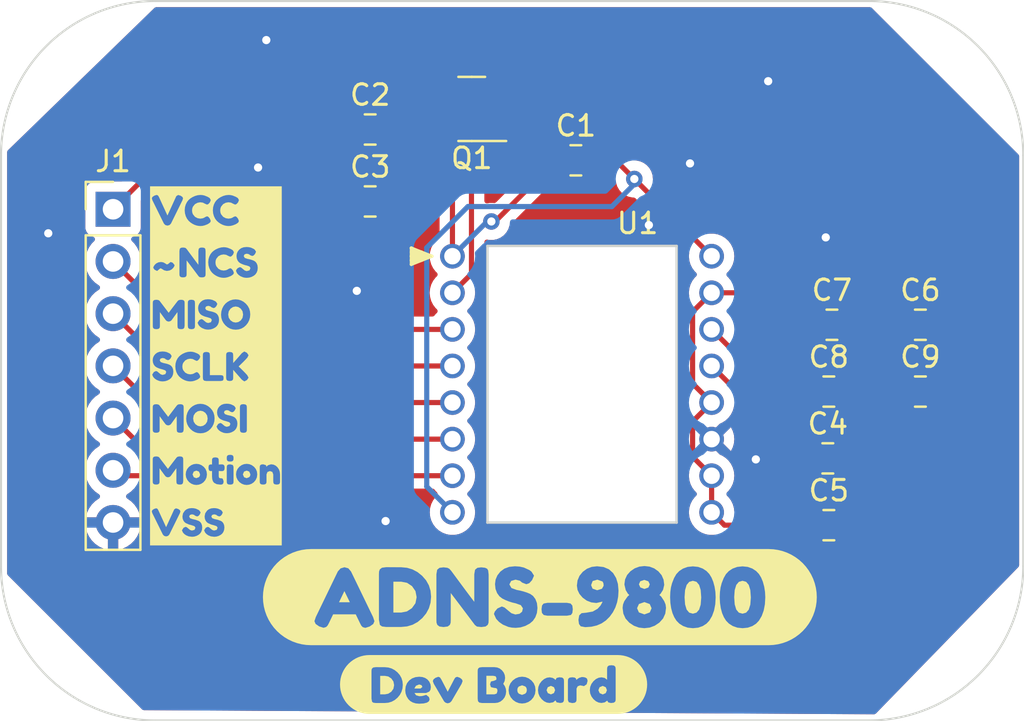
<source format=kicad_pcb>
(kicad_pcb (version 20221018) (generator pcbnew)
  (layers (0 "F.Cu" signal) (31 "B.Cu" signal) (34 "B.Paste" user) (35 "F.Paste" user) (36 "B.SilkS" user "B.Silkscreen") (37 "F.SilkS" user "F.Silkscreen") (38 "B.Mask" user) (39 "F.Mask" user) (44 "Edge.Cuts" user))
  (net 0 "")
  (net 1 "Net-(Q1-D)")
  (net 2 "Net-(U1--VCSEL)")
  (net 3 "VCC")
  (net 4 "VSS")
  (net 5 "Net-(U1-DGND)")
  (net 6 "Net-(U1-REFA)")
  (net 7 "~NCS")
  (net 8 "MISO")
  (net 9 "SCLK")
  (net 10 "MOSI")
  (net 11 "Motion")
  (net 12 "Net-(Q1-G)")
  (footprint "MouseSensor:ADNS-9800" (layer "F.Cu") (at 142.25 79.915)
    (fp_text reference "U1" (at 9 -1.6 unlocked) (layer "F.SilkS"))
    (fp_text value "ADNS-9800")
    (fp_line (start 1.7 -0.5) (end 1.7 12.96) (stroke (width 0.12)) (layer "Edge.Cuts"))
    (fp_line (start 1.7 -0.5) (end 10.9 -0.5) (stroke (width 0.12)) (layer "Edge.Cuts"))
    (fp_line (start 1.7 12.96) (end 10.9 12.96) (stroke (width 0.12)) (layer "Edge.Cuts"))
    (fp_line (start 10.9 -0.5) (end 10.9 12.96) (stroke (width 0.12)) (layer "Edge.Cuts"))
    (pad "1" thru_hole circle (at 0 0) (size 1.2 1.2) (drill 0.8) (layers "*.Cu" "*.Mask") (net 1 "Net-(Q1-D)"))
    (pad "2" thru_hole circle (at 0 1.78) (size 1.2 1.2) (drill 0.8) (layers "*.Cu" "*.Mask") (net 12 "Net-(Q1-G)"))
    (pad "3" thru_hole circle (at 0 3.56) (size 1.2 1.2) (drill 0.8) (layers "*.Cu" "*.Mask") (net 7 "~NCS"))
    (pad "4" thru_hole circle (at 0 5.34) (size 1.2 1.2) (drill 0.8) (layers "*.Cu" "*.Mask") (net 8 "MISO"))
    (pad "5" thru_hole circle (at 0 7.12) (size 1.2 1.2) (drill 0.8) (layers "*.Cu" "*.Mask") (net 9 "SCLK"))
    (pad "6" thru_hole circle (at 0 8.9) (size 1.2 1.2) (drill 0.8) (layers "*.Cu" "*.Mask") (net 10 "MOSI"))
    (pad "7" thru_hole circle (at 0 10.68) (size 1.2 1.2) (drill 0.8) (layers "*.Cu" "*.Mask") (net 11 "Motion"))
    (pad "8" thru_hole circle (at 0 12.46) (size 1.2 1.2) (drill 0.8) (layers "*.Cu" "*.Mask") (net 2 "Net-(U1--VCSEL)"))
    (pad "9" thru_hole circle (at 12.6 12.46) (size 1.2 1.2) (drill 0.8) (layers "*.Cu" "*.Mask") (net 3 "VCC"))
    (pad "10" thru_hole circle (at 12.6 10.68) (size 1.2 1.2) (drill 0.8) (layers "*.Cu" "*.Mask") (net 3 "VCC"))
    (pad "11" thru_hole circle (at 12.6 8.9) (size 1.2 1.2) (drill 0.8) (layers "*.Cu" "*.Mask") (net 4 "VSS"))
    (pad "12" thru_hole circle (at 12.6 7.12) (size 1.2 1.2) (drill 0.8) (layers "*.Cu" "*.Mask") (net 3 "VCC"))
    (pad "13" thru_hole circle (at 12.6 5.34) (size 1.2 1.2) (drill 0.8) (layers "*.Cu" "*.Mask") (net 6 "Net-(U1-REFA)"))
    (pad "14" thru_hole circle (at 12.6 3.56) (size 1.2 1.2) (drill 0.8) (layers "*.Cu" "*.Mask") (net 5 "Net-(U1-DGND)"))
    (pad "15" thru_hole circle (at 12.6 1.78) (size 1.2 1.2) (drill 0.8) (layers "*.Cu" "*.Mask") (net 3 "VCC"))
    (pad "16" thru_hole circle (at 12.6 0) (size 1.2 1.2) (drill 0.8) (layers "*.Cu" "*.Mask") (net 2 "Net-(U1--VCSEL)"))
  )
  (footprint "kibuzzard-65734037" (layer "F.Cu") (at 144.25 100.75)
    (fp_text reference "kibuzzard-65734037" hide)
    (fp_text value "G***" hide)
  )
  (footprint "Package_TO_SOT_SMD:SOT-23" (layer "F.Cu") (at 143.1875 72.75 180)
    (fp_text reference "Q1" (at 0 -2.4) (layer "F.SilkS"))
    (fp_text value "AO3401A")
    (pad "1" smd roundrect (at -0.9375 -0.95 180) (size 1.475 0.6) (layers "F.Cu" "F.Paste" "F.Mask") (net 12 "Net-(Q1-G)"))
    (pad "2" smd roundrect (at -0.9375 0.95 180) (size 1.475 0.6) (layers "F.Cu" "F.Paste" "F.Mask") (net 3 "VCC"))
    (pad "3" smd roundrect (at 0.9375 0 180) (size 1.475 0.6) (layers "F.Cu" "F.Paste" "F.Mask") (net 1 "Net-(Q1-D)"))
  )
  (footprint "Capacitor_SMD:C_0805_2012Metric" (layer "F.Cu") (at 165 83.25)
    (fp_text reference "C6" (at 0 -1.68) (layer "F.SilkS"))
    (fp_text value "100nF")
    (pad "1" smd roundrect (at -0.95 0) (size 1 1.45) (layers "F.Cu" "F.Paste" "F.Mask") (net 3 "VCC"))
    (pad "2" smd roundrect (at 0.95 0) (size 1 1.45) (layers "F.Cu" "F.Paste" "F.Mask") (net 5 "Net-(U1-DGND)"))
  )
  (footprint "Capacitor_SMD:C_0805_2012Metric" (layer "F.Cu") (at 148.25 75.25)
    (fp_text reference "C1" (at 0 -1.68) (layer "F.SilkS"))
    (fp_text value "470pF")
    (pad "1" smd roundrect (at -0.95 0) (size 1 1.45) (layers "F.Cu" "F.Paste" "F.Mask") (net 1 "Net-(Q1-D)"))
    (pad "2" smd roundrect (at 0.95 0) (size 1 1.45) (layers "F.Cu" "F.Paste" "F.Mask") (net 2 "Net-(U1--VCSEL)"))
  )
  (footprint "Capacitor_SMD:C_0805_2012Metric" (layer "F.Cu") (at 138.25 77.25)
    (fp_text reference "C3" (at 0 -1.68) (layer "F.SilkS"))
    (fp_text value "1uF")
    (pad "1" smd roundrect (at -0.95 0) (size 1 1.45) (layers "F.Cu" "F.Paste" "F.Mask") (net 3 "VCC"))
    (pad "2" smd roundrect (at 0.95 0) (size 1 1.45) (layers "F.Cu" "F.Paste" "F.Mask") (net 4 "VSS"))
  )
  (footprint "Connector_PinHeader_2.54mm:PinHeader_1x07_P2.54mm_Vertical" (layer "F.Cu") (at 125.75 77.63)
    (fp_text reference "J1" (at 0 -2.33) (layer "F.SilkS"))
    (fp_text value "Conn_01x07")
    (pad "1" thru_hole rect (at 0 0) (size 1.7 1.7) (drill 1) (layers "*.Cu" "*.Mask") (net 3 "VCC"))
    (pad "2" thru_hole oval (at 0 2.54) (size 1.7 1.7) (drill 1) (layers "*.Cu" "*.Mask") (net 7 "~NCS"))
    (pad "3" thru_hole oval (at 0 5.08) (size 1.7 1.7) (drill 1) (layers "*.Cu" "*.Mask") (net 8 "MISO"))
    (pad "4" thru_hole oval (at 0 7.62) (size 1.7 1.7) (drill 1) (layers "*.Cu" "*.Mask") (net 9 "SCLK"))
    (pad "5" thru_hole oval (at 0 10.16) (size 1.7 1.7) (drill 1) (layers "*.Cu" "*.Mask") (net 10 "MOSI"))
    (pad "6" thru_hole oval (at 0 12.7) (size 1.7 1.7) (drill 1) (layers "*.Cu" "*.Mask") (net 11 "Motion"))
    (pad "7" thru_hole oval (at 0 15.24) (size 1.7 1.7) (drill 1) (layers "*.Cu" "*.Mask") (net 4 "VSS"))
  )
  (footprint "Capacitor_SMD:C_0805_2012Metric" (layer "F.Cu") (at 160.5 89.75)
    (fp_text reference "C4" (at 0 -1.68) (layer "F.SilkS"))
    (fp_text value "100nF")
    (pad "1" smd roundrect (at -0.95 0) (size 1 1.45) (layers "F.Cu" "F.Paste" "F.Mask") (net 3 "VCC"))
    (pad "2" smd roundrect (at 0.95 0) (size 1 1.45) (layers "F.Cu" "F.Paste" "F.Mask") (net 4 "VSS"))
  )
  (footprint "kibuzzard-65734027" (layer "F.Cu") (at 146.5 96.5)
    (fp_text reference "kibuzzard-65734027" hide)
    (fp_text value "G***" hide)
  )
  (footprint "Capacitor_SMD:C_0805_2012Metric" (layer "F.Cu") (at 165 86.5)
    (fp_text reference "C9" (at 0 -1.68) (layer "F.SilkS"))
    (fp_text value "10uF")
    (pad "1" smd roundrect (at -0.95 0) (size 1 1.45) (layers "F.Cu" "F.Paste" "F.Mask") (net 6 "Net-(U1-REFA)"))
    (pad "2" smd roundrect (at 0.95 0) (size 1 1.45) (layers "F.Cu" "F.Paste" "F.Mask") (net 4 "VSS"))
  )
  (footprint "Capacitor_SMD:C_0805_2012Metric" (layer "F.Cu") (at 138.25 73.75)
    (fp_text reference "C2" (at 0 -1.68) (layer "F.SilkS"))
    (fp_text value "100nF")
    (pad "1" smd roundrect (at -0.95 0) (size 1 1.45) (layers "F.Cu" "F.Paste" "F.Mask") (net 3 "VCC"))
    (pad "2" smd roundrect (at 0.95 0) (size 1 1.45) (layers "F.Cu" "F.Paste" "F.Mask") (net 4 "VSS"))
  )
  (footprint "Capacitor_SMD:C_0805_2012Metric" (layer "F.Cu") (at 160.55 86.5)
    (fp_text reference "C8" (at 0 -1.68) (layer "F.SilkS"))
    (fp_text value "100nF")
    (pad "1" smd roundrect (at -0.95 0) (size 1 1.45) (layers "F.Cu" "F.Paste" "F.Mask") (net 6 "Net-(U1-REFA)"))
    (pad "2" smd roundrect (at 0.95 0) (size 1 1.45) (layers "F.Cu" "F.Paste" "F.Mask") (net 4 "VSS"))
  )
  (footprint "kibuzzard-65734003" (layer "F.Cu") (at 130.75 85.25)
    (fp_text reference "kibuzzard-65734003" hide)
    (fp_text value "G***" hide)
  )
  (footprint "Capacitor_SMD:C_0805_2012Metric" (layer "F.Cu") (at 160.7 83.25)
    (fp_text reference "C7" (at 0 -1.68) (layer "F.SilkS"))
    (fp_text value "3.3uF")
    (pad "1" smd roundrect (at -0.95 0) (size 1 1.45) (layers "F.Cu" "F.Paste" "F.Mask") (net 3 "VCC"))
    (pad "2" smd roundrect (at 0.95 0) (size 1 1.45) (layers "F.Cu" "F.Paste" "F.Mask") (net 5 "Net-(U1-DGND)"))
  )
  (footprint "Capacitor_SMD:C_0805_2012Metric" (layer "F.Cu") (at 160.55 93)
    (fp_text reference "C5" (at 0 -1.68) (layer "F.SilkS"))
    (fp_text value "10uF")
    (pad "1" smd roundrect (at -0.95 0) (size 1 1.45) (layers "F.Cu" "F.Paste" "F.Mask") (net 3 "VCC"))
    (pad "2" smd roundrect (at 0.95 0) (size 1 1.45) (layers "F.Cu" "F.Paste" "F.Mask") (net 4 "VSS"))
  )
  (gr_line (start 162.5 67.5) (end 127.803301 67.5) (stroke (width 0.1)) (layer "Edge.Cuts"))
  (gr_arc (start 162.5 67.5) (mid 167.803301 69.696699) (end 170 75) (stroke (width 0.1)) (layer "Edge.Cuts"))
  (gr_line (start 127.803301 102.5) (end 162.5 102.5) (stroke (width 0.1)) (layer "Edge.Cuts"))
  (gr_arc (start 120.303301 75) (mid 122.5 69.696699) (end 127.803301 67.5) (stroke (width 0.1)) (layer "Edge.Cuts"))
  (gr_arc (start 170 95) (mid 167.803301 100.303301) (end 162.5 102.5) (stroke (width 0.1)) (layer "Edge.Cuts"))
  (gr_line (start 170 95) (end 170 75) (stroke (width 0.1)) (layer "Edge.Cuts"))
  (gr_line (start 120.303301 75) (end 120.303301 95) (stroke (width 0.1)) (layer "Edge.Cuts"))
  (gr_arc (start 127.803301 102.5) (mid 122.5 100.303301) (end 120.303301 95) (stroke (width 0.1)) (layer "Edge.Cuts"))
  (segment (start 147.3 75.25) (end 144.325 78.225) (width 0.25) (layer "F.Cu") (net 1))
  (segment (start 144.325 78.225) (end 144.142188 78.225) (width 0.25) (layer "F.Cu") (net 1))
  (segment (start 142.25 79.915) (end 142.25 72.75) (width 0.25) (layer "F.Cu") (net 1))
  (via (at 144.142188 78.225) (size 0.8) (drill 0.4) (layers "F.Cu" "B.Cu") (net 1))
  (segment (start 143.94 78.225) (end 144.142188 78.225) (width 0.25) (layer "B.Cu") (net 1))
  (segment (start 142.25 79.915) (end 143.94 78.225) (width 0.25) (layer "B.Cu") (net 1))
  (segment (start 151.0925 76.1575) (end 154.85 79.915) (width 0.25) (layer "F.Cu") (net 2))
  (segment (start 150.185 75.25) (end 151.0925 76.1575) (width 0.25) (layer "F.Cu") (net 2))
  (segment (start 149.2 75.25) (end 150.185 75.25) (width 0.25) (layer "F.Cu") (net 2))
  (via (at 151.0925 76.1575) (size 0.8) (drill 0.4) (layers "F.Cu" "B.Cu") (net 2))
  (segment (start 150 77.5) (end 151.0925 76.4075) (width 0.25) (layer "B.Cu") (net 2))
  (segment (start 151.0925 76.4075) (end 151.0925 76.1575) (width 0.25) (layer "B.Cu") (net 2))
  (segment (start 141 79.5) (end 143 77.5) (width 0.25) (layer "B.Cu") (net 2))
  (segment (start 141 91.125) (end 141 79.5) (width 0.25) (layer "B.Cu") (net 2))
  (segment (start 142.25 92.375) (end 141 91.125) (width 0.25) (layer "B.Cu") (net 2))
  (segment (start 143 77.5) (end 150 77.5) (width 0.25) (layer "B.Cu") (net 2))
  (segment (start 159.6 93) (end 155.475 93) (width 0.25) (layer "F.Cu") (net 3))
  (segment (start 159.75 83.25) (end 160.8 82.2) (width 0.25) (layer "F.Cu") (net 3))
  (segment (start 153.925 86.11) (end 153.925 82.62) (width 0.25) (layer "F.Cu") (net 3))
  (segment (start 158.055 81.695) (end 158.055 77.555) (width 0.25) (layer "F.Cu") (net 3))
  (segment (start 153.925 87.96) (end 154.85 87.035) (width 0.25) (layer "F.Cu") (net 3))
  (segment (start 153.925 82.62) (end 154.85 81.695) (width 0.25) (layer "F.Cu") (net 3))
  (segment (start 152.3 71.8) (end 144.125 71.8) (width 0.25) (layer "F.Cu") (net 3))
  (segment (start 144.125 71.8) (end 136.75 71.8) (width 0.25) (layer "F.Cu") (net 3))
  (segment (start 137.3 73.75) (end 137.3 72.35) (width 0.25) (layer "F.Cu") (net 3))
  (segment (start 154.85 81.695) (end 157.5 81.695) (width 0.25) (layer "F.Cu") (net 3))
  (segment (start 163 82.2) (end 164.05 83.25) (width 0.25) (layer "F.Cu") (net 3))
  (segment (start 155.475 93) (end 154.85 92.375) (width 0.25) (layer "F.Cu") (net 3))
  (segment (start 154.85 90.595) (end 153.925 89.67) (width 0.25) (layer "F.Cu") (net 3))
  (segment (start 154.85 87.035) (end 153.925 86.11) (width 0.25) (layer "F.Cu") (net 3))
  (segment (start 159.75 83.25) (end 159.055 83.25) (width 0.25) (layer "F.Cu") (net 3))
  (segment (start 159.55 92.95) (end 159.6 93) (width 0.25) (layer "F.Cu") (net 3))
  (segment (start 160.8 82.2) (end 163 82.2) (width 0.25) (layer "F.Cu") (net 3))
  (segment (start 154.85 92.375) (end 154.85 90.595) (width 0.25) (layer "F.Cu") (net 3))
  (segment (start 137.3 77.25) (end 137.3 73.75) (width 0.25) (layer "F.Cu") (net 3))
  (segment (start 137.3 72.35) (end 136.75 71.8) (width 0.25) (layer "F.Cu") (net 3))
  (segment (start 136.75 71.8) (end 131.58 71.8) (width 0.25) (layer "F.Cu") (net 3))
  (segment (start 157.5 81.695) (end 158.055 81.695) (width 0.25) (layer "F.Cu") (net 3))
  (segment (start 159.55 89.75) (end 159.55 92.95) (width 0.25) (layer "F.Cu") (net 3))
  (segment (start 159.055 83.25) (end 157.5 81.695) (width 0.25) (layer "F.Cu") (net 3))
  (segment (start 158.055 77.555) (end 152.3 71.8) (width 0.25) (layer "F.Cu") (net 3))
  (segment (start 153.925 89.67) (end 153.925 87.96) (width 0.25) (layer "F.Cu") (net 3))
  (segment (start 131.58 71.8) (end 125.75 77.63) (width 0.25) (layer "F.Cu") (net 3))
  (via (at 157.6 71.4) (size 0.8) (drill 0.4) (layers "F.Cu" "B.Cu") (net 4))
  (via (at 137.6 81.6) (size 0.8) (drill 0.4) (layers "F.Cu" "B.Cu") (net 4))
  (via (at 151.8 78.4) (size 0.8) (drill 0.4) (layers "F.Cu" "B.Cu") (net 4))
  (via (at 153.8 75.4) (size 0.8) (drill 0.4) (layers "F.Cu" "B.Cu") (net 4))
  (via (at 132.8 75.6) (size 0.8) (drill 0.4) (layers "F.Cu" "B.Cu") (net 4))
  (via (at 139 92.8) (size 0.8) (drill 0.4) (layers "F.Cu" "B.Cu") (net 4))
  (via (at 157 89.8) (size 0.8) (drill 0.4) (layers "F.Cu" "B.Cu") (net 4))
  (via (at 122.6 78.8) (size 0.8) (drill 0.4) (layers "F.Cu" "B.Cu") (net 4))
  (via (at 160.4 79) (size 0.8) (drill 0.4) (layers "F.Cu" "B.Cu") (net 4))
  (via (at 133.2 69.4) (size 0.8) (drill 0.4) (layers "F.Cu" "B.Cu") (net 4))
  (segment (start 161.288174 83.25) (end 160.238174 84.3) (width 0.25) (layer "F.Cu") (net 5))
  (segment (start 164.9 84.3) (end 162.7 84.3) (width 0.25) (layer "F.Cu") (net 5))
  (segment (start 161.65 83.25) (end 161.288174 83.25) (width 0.25) (layer "F.Cu") (net 5))
  (segment (start 155.675 84.3) (end 154.85 83.475) (width 0.25) (layer "F.Cu") (net 5))
  (segment (start 162.7 84.3) (end 161.65 83.25) (width 0.25) (layer "F.Cu") (net 5))
  (segment (start 160.238174 84.3) (end 155.675 84.3) (width 0.25) (layer "F.Cu") (net 5))
  (segment (start 165.95 83.25) (end 164.9 84.3) (width 0.25) (layer "F.Cu") (net 5))
  (segment (start 163 85.45) (end 164.05 86.5) (width 0.25) (layer "F.Cu") (net 6))
  (segment (start 159.6 86.5) (end 156.095 86.5) (width 0.25) (layer "F.Cu") (net 6))
  (segment (start 159.6 86.5) (end 160.65 85.45) (width 0.25) (layer "F.Cu") (net 6))
  (segment (start 160.65 85.45) (end 163 85.45) (width 0.25) (layer "F.Cu") (net 6))
  (segment (start 156.095 86.5) (end 154.85 85.255) (width 0.25) (layer "F.Cu") (net 6))
  (segment (start 129.055 83.475) (end 125.75 80.17) (width 0.25) (layer "F.Cu") (net 7))
  (segment (start 142.25 83.475) (end 129.055 83.475) (width 0.25) (layer "F.Cu") (net 7))
  (segment (start 142.25 85.255) (end 128.295 85.255) (width 0.25) (layer "F.Cu") (net 8))
  (segment (start 128.295 85.255) (end 125.75 82.71) (width 0.25) (layer "F.Cu") (net 8))
  (segment (start 127.535 87.035) (end 125.75 85.25) (width 0.25) (layer "F.Cu") (net 9))
  (segment (start 142.25 87.035) (end 127.535 87.035) (width 0.25) (layer "F.Cu") (net 9))
  (segment (start 126.775 88.815) (end 125.75 87.79) (width 0.25) (layer "F.Cu") (net 10))
  (segment (start 142.25 88.815) (end 126.775 88.815) (width 0.25) (layer "F.Cu") (net 10))
  (segment (start 126.015 90.595) (end 125.75 90.33) (width 0.25) (layer "F.Cu") (net 11))
  (segment (start 142.25 90.595) (end 126.015 90.595) (width 0.25) (layer "F.Cu") (net 11))
  (segment (start 144.125 73.7) (end 143.175 74.65) (width 0.25) (layer "F.Cu") (net 12))
  (segment (start 143.175 80.77) (end 142.25 81.695) (width 0.25) (layer "F.Cu") (net 12))
  (segment (start 143.175 74.65) (end 143.175 80.77) (width 0.25) (layer "F.Cu") (net 12))
  (zone (net 4) (net_name "VSS") (layers "F&B.Cu") (connect_pads (clearance 0.5)) (min_thickness 0.25) (fill yes (thermal_gap 0.5) (thermal_bridge_width 0.5))
    (polygon (pts (xy 127.2 102) (xy 162.8 102.2) (xy 169.8 95) (xy 169.8 75) (xy 162.6 67.8) (xy 127.8 67.8) (xy 120.6 74.8) (xy 120.6 95.4)))
  )
)
</source>
